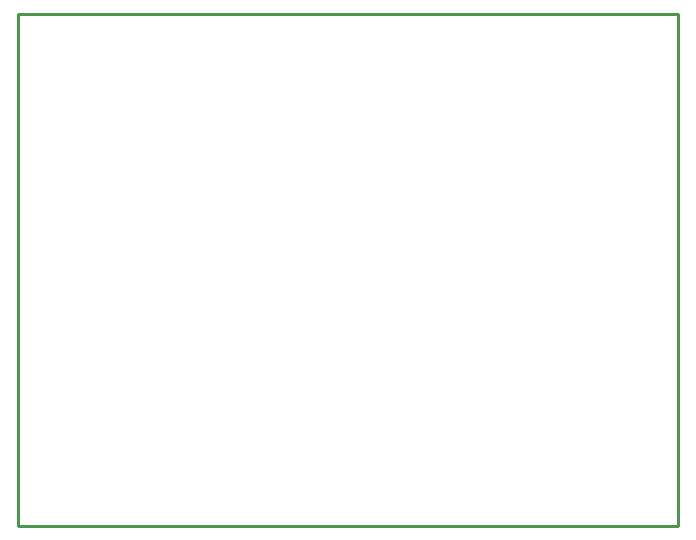
<source format=gko>
G04 Layer: BoardOutlineLayer*
G04 EasyEDA Pro v2.2.32.3, 2024-11-28 11:51:39*
G04 Gerber Generator version 0.3*
G04 Scale: 100 percent, Rotated: No, Reflected: No*
G04 Dimensions in millimeters*
G04 Leading zeros omitted, absolute positions, 3 integers and 5 decimals*
%FSLAX35Y35*%
%MOMM*%
%ADD10C,0.254*%
G75*


G04 Rect Start*
G54D10*
G01X-12700Y-3886200D02*
G01X-12700Y444500D01*
G01X5575300Y444500D01*
G01X5575300Y-3886200D01*
G01X-12700Y-3886200D01*
G04 Rect End*

M02*


</source>
